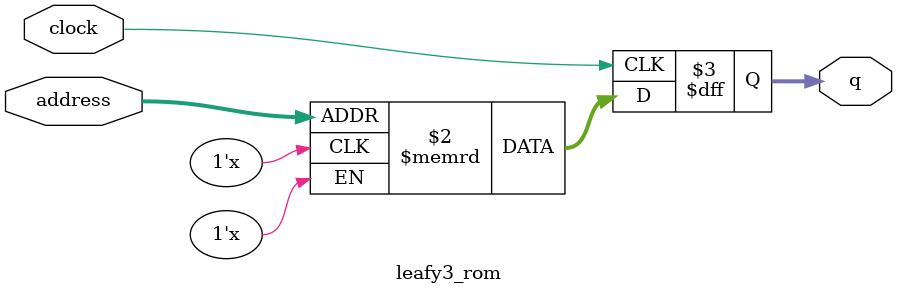
<source format=sv>
module leafy3_rom (
	input logic clock,
	input logic [15:0] address,
	output logic [3:0] q
);

logic [3:0] memory [0:49139] /* synthesis ram_init_file = "C:\Users\David\Downloads\Final\Lab_6\highestresbackground\leafy3\leafy3.mif" */;

always_ff @ (posedge clock) begin
	q <= memory[address];
end

endmodule

</source>
